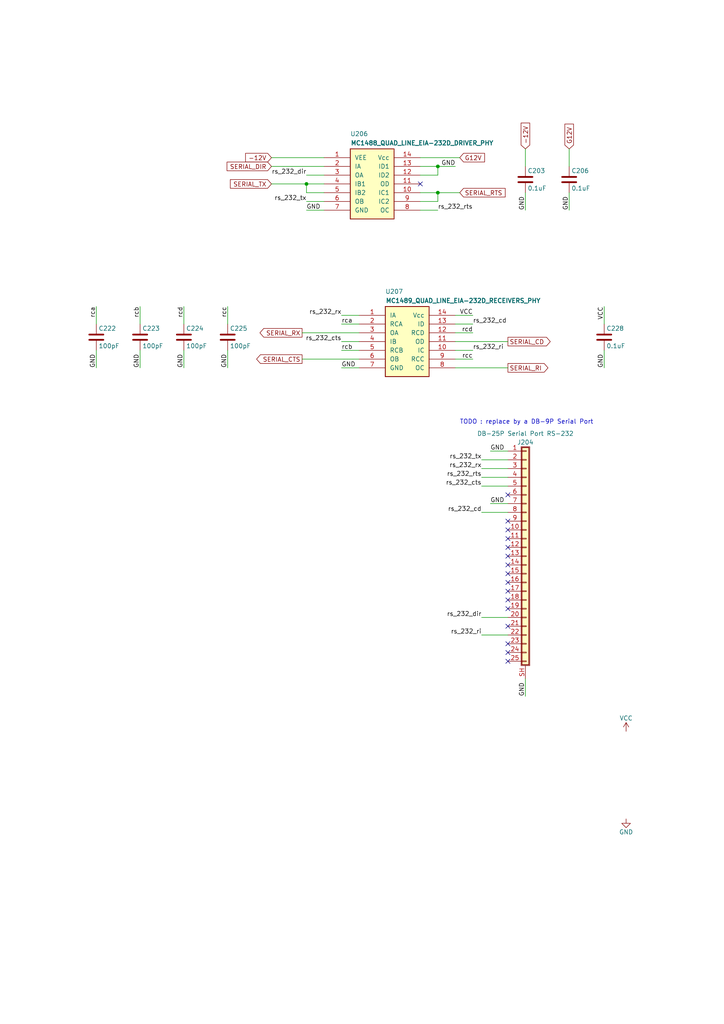
<source format=kicad_sch>
(kicad_sch (version 20211123) (generator eeschema)
  (paper "A4" portrait)
  (title_block (title "ReSTe mignon") (date "2022-07-13") (rev "mk0-0.1") (company "David SPORN") (comment 2 "original repository : https://github.com/sporniket/reste-mignon") (comment 4 "A remake of the Atari STe with some fixes applied and a target size of 25×18cm (B5)"))
  (lib_symbols
    (symbol "Connector_Generic_Shielded:Conn_01x25_Shielded" (pin_names (offset 1.016) hide)
      (property "Reference" "J" (at 0.254 32.766 0))
      (property "Value" "Conn_01x25_Shielded" (at 1.016 -32.766 0))
      (symbol "Conn_01x25_Shielded_1_1"
        (rectangle (start -1.27 31.75) (end 1.27 -31.75) (stroke (width 0.1524)))
        (rectangle (start -1.016 -30.353) (end 0.254 -30.607) (stroke (width 0.1524)))
        (rectangle (start -1.016 -27.813) (end 0.254 -28.067) (stroke (width 0.1524)))
        (rectangle (start -1.016 -25.273) (end 0.254 -25.527) (stroke (width 0.1524)))
        (rectangle (start -1.016 -22.733) (end 0.254 -22.987) (stroke (width 0.1524)))
        (rectangle (start -1.016 -20.193) (end 0.254 -20.447) (stroke (width 0.1524)))
        (rectangle (start -1.016 -17.653) (end 0.254 -17.907) (stroke (width 0.1524)))
        (rectangle (start -1.016 -15.113) (end 0.254 -15.367) (stroke (width 0.1524)))
        (rectangle (start -1.016 -12.573) (end 0.254 -12.827) (stroke (width 0.1524)))
        (rectangle (start -1.016 -10.033) (end 0.254 -10.287) (stroke (width 0.1524)))
        (rectangle (start -1.016 -7.493) (end 0.254 -7.747) (stroke (width 0.1524)))
        (rectangle (start -1.016 -4.953) (end 0.254 -5.207) (stroke (width 0.1524)))
        (rectangle (start -1.016 -2.413) (end 0.254 -2.667) (stroke (width 0.1524)))
        (rectangle (start -1.016 0.127) (end 0.254 -0.127) (stroke (width 0.1524)))
        (rectangle (start -1.016 2.667) (end 0.254 2.413) (stroke (width 0.1524)))
        (rectangle (start -1.016 5.207) (end 0.254 4.953) (stroke (width 0.1524)))
        (rectangle (start -1.016 7.747) (end 0.254 7.493) (stroke (width 0.1524)))
        (rectangle (start -1.016 10.287) (end 0.254 10.033) (stroke (width 0.1524)))
        (rectangle (start -1.016 12.827) (end 0.254 12.573) (stroke (width 0.1524)))
        (rectangle (start -1.016 15.367) (end 0.254 15.113) (stroke (width 0.1524)))
        (rectangle (start -1.016 17.907) (end 0.254 17.653) (stroke (width 0.1524)))
        (rectangle (start -1.016 20.447) (end 0.254 20.193) (stroke (width 0.1524)))
        (rectangle (start -1.016 22.987) (end 0.254 22.733) (stroke (width 0.1524)))
        (rectangle (start -1.016 25.527) (end 0.254 25.273) (stroke (width 0.1524)))
        (rectangle (start -1.016 28.067) (end 0.254 27.813) (stroke (width 0.1524)))
        (rectangle (start -1.016 30.607) (end 0.254 30.353) (stroke (width 0.1524)))
        (rectangle (start -1.016 31.496) (end 1.016 -31.496) (stroke (width 0.254)) (fill (type background)))
        (pin passive line (at -5.08 30.48 0) (length 4.064) (name "Pin_1") (number "1"))
        (pin passive line (at -5.08 7.62 0) (length 4.064) (name "Pin_10") (number "10"))
        (pin passive line (at -5.08 5.08 0) (length 4.064) (name "Pin_11") (number "11"))
        (pin passive line (at -5.08 2.54 0) (length 4.064) (name "Pin_12") (number "12"))
        (pin passive line (at -5.08 0 0) (length 4.064) (name "Pin_13") (number "13"))
        (pin passive line (at -5.08 -2.54 0) (length 4.064) (name "Pin_14") (number "14"))
        (pin passive line (at -5.08 -5.08 0) (length 4.064) (name "Pin_15") (number "15"))
        (pin passive line (at -5.08 -7.62 0) (length 4.064) (name "Pin_16") (number "16"))
        (pin passive line (at -5.08 -10.16 0) (length 4.064) (name "Pin_17") (number "17"))
        (pin passive line (at -5.08 -12.7 0) (length 4.064) (name "Pin_18") (number "18"))
        (pin passive line (at -5.08 -15.24 0) (length 4.064) (name "Pin_19") (number "19"))
        (pin passive line (at -5.08 27.94 0) (length 4.064) (name "Pin_2") (number "2"))
        (pin passive line (at -5.08 -17.78 0) (length 4.064) (name "Pin_20") (number "20"))
        (pin passive line (at -5.08 -20.32 0) (length 4.064) (name "Pin_21") (number "21"))
        (pin passive line (at -5.08 -22.86 0) (length 4.064) (name "Pin_22") (number "22"))
        (pin passive line (at -5.08 -25.4 0) (length 4.064) (name "Pin_23") (number "23"))
        (pin passive line (at -5.08 -27.94 0) (length 4.064) (name "Pin_24") (number "24"))
        (pin passive line (at -5.08 -30.48 0) (length 4.064) (name "Pin_25") (number "25"))
        (pin passive line (at -5.08 25.4 0) (length 4.064) (name "Pin_3") (number "3"))
        (pin passive line (at -5.08 22.86 0) (length 4.064) (name "Pin_4") (number "4"))
        (pin passive line (at -5.08 20.32 0) (length 4.064) (name "Pin_5") (number "5"))
        (pin passive line (at -5.08 17.78 0) (length 4.064) (name "Pin_6") (number "6"))
        (pin passive line (at -5.08 15.24 0) (length 4.064) (name "Pin_7") (number "7"))
        (pin passive line (at -5.08 12.7 0) (length 4.064) (name "Pin_8") (number "8"))
        (pin passive line (at -5.08 10.16 0) (length 4.064) (name "Pin_9") (number "9"))
        (pin passive line (at 0 -35.56 90) (length 3.81) (name "Shield") (number "SH"))
      )
    )
    (symbol "Device:C" (pin_numbers hide) (pin_names (offset 0.254))
      (property "Reference" "C" (at 0.635 2.54 0))
      (property "Value" "C" (at 0.635 -2.54 0))
      (symbol "C_0_1"
        (polyline (pts (xy -2.032 -0.762) (xy 2.032 -0.762)) (stroke (width 0.508)))
        (polyline (pts (xy -2.032 0.762) (xy 2.032 0.762)) (stroke (width 0.508)))
      )
      (symbol "C_1_1"
        (pin passive line (at 0 3.81 270) (length 2.794) (name "~") (number "1"))
        (pin passive line (at 0 -3.81 90) (length 2.794) (name "~") (number "2"))
      )
    )
    (symbol "mc1488:MC1488_QUAD_LINE_EIA-232D_DRIVER_PHY" (pin_names (offset 1.27))
      (property "Reference" "U" (at -6.35 15.24 0))
      (property "Value" "MC1488_QUAD_LINE_EIA-232D_DRIVER_PHY" (at -6.35 12.7 0))
      (symbol "MC1488_QUAD_LINE_EIA-232D_DRIVER_PHY_0_0"
        (rectangle (start -6.35 10.16) (end 6.35 -10.16) (stroke (width 0.254)) (fill (type background)))
        (pin input line (at -13.97 7.62 0) (length 7.62) (name "VEE") (number "1"))
        (pin input line (at 13.97 -2.54 180) (length 7.62) (name "IC1") (number "10"))
        (pin output line (at 13.97 0 180) (length 7.62) (name "OD") (number "11"))
        (pin input line (at 13.97 2.54 180) (length 7.62) (name "ID2") (number "12"))
        (pin input line (at 13.97 5.08 180) (length 7.62) (name "ID1") (number "13"))
        (pin power_in line (at 13.97 7.62 180) (length 7.62) (name "Vcc") (number "14"))
        (pin input line (at -13.97 5.08 0) (length 7.62) (name "IA") (number "2"))
        (pin output line (at -13.97 2.54 0) (length 7.62) (name "OA") (number "3"))
        (pin input line (at -13.97 0 0) (length 7.62) (name "IB1") (number "4"))
        (pin input line (at -13.97 -2.54 0) (length 7.62) (name "IB2") (number "5"))
        (pin output line (at -13.97 -5.08 0) (length 7.62) (name "OB") (number "6"))
        (pin power_in line (at -13.97 -7.62 0) (length 7.62) (name "GND") (number "7"))
        (pin output line (at 13.97 -7.62 180) (length 7.62) (name "OC") (number "8"))
        (pin input line (at 13.97 -5.08 180) (length 7.62) (name "IC2") (number "9"))
      )
    )
    (symbol "mc1489:MC1489_QUAD_LINE_EIA-232D_RECEIVERS_PHY" (pin_names (offset 1.27))
      (property "Reference" "U" (at -6.35 15.24 0))
      (property "Value" "MC1489_QUAD_LINE_EIA-232D_RECEIVERS_PHY" (at -6.35 12.7 0))
      (symbol "MC1489_QUAD_LINE_EIA-232D_RECEIVERS_PHY_0_0"
        (rectangle (start -6.35 10.16) (end 6.35 -10.16) (stroke (width 0.254)) (fill (type background)))
        (pin input line (at -13.97 7.62 0) (length 7.62) (name "IA") (number "1"))
        (pin input line (at 13.97 -2.54 180) (length 7.62) (name "IC") (number "10"))
        (pin output line (at 13.97 0 180) (length 7.62) (name "OD") (number "11"))
        (pin input line (at 13.97 2.54 180) (length 7.62) (name "RCD") (number "12"))
        (pin input line (at 13.97 5.08 180) (length 7.62) (name "ID") (number "13"))
        (pin power_in line (at 13.97 7.62 180) (length 7.62) (name "Vcc") (number "14"))
        (pin input line (at -13.97 5.08 0) (length 7.62) (name "RCA") (number "2"))
        (pin output line (at -13.97 2.54 0) (length 7.62) (name "OA") (number "3"))
        (pin input line (at -13.97 0 0) (length 7.62) (name "IB") (number "4"))
        (pin input line (at -13.97 -2.54 0) (length 7.62) (name "RCB") (number "5"))
        (pin output line (at -13.97 -5.08 0) (length 7.62) (name "OB") (number "6"))
        (pin power_in line (at -13.97 -7.62 0) (length 7.62) (name "GND") (number "7"))
        (pin output line (at 13.97 -7.62 180) (length 7.62) (name "OC") (number "8"))
        (pin input line (at 13.97 -5.08 180) (length 7.62) (name "RCC") (number "9"))
      )
    )
    (symbol "power:GND" (power) (pin_names (offset 0))
      (property "Value" "GND" (at 0 -3.81 0))
      (symbol "GND_0_1"
        (polyline (pts (xy 0 0) (xy 0 -1.27) (xy 1.27 -1.27) (xy 0 -2.54) (xy -1.27 -1.27) (xy 0 -1.27)))
      )
      (symbol "GND_1_1"
        (pin power_in line (at 0 0 270) (length 0) hide (name "GND") (number "1"))
      )
    )
    (symbol "power:VCC" (power) (pin_names (offset 0))
      (property "Value" "VCC" (at 0 3.81 0))
      (symbol "VCC_0_1"
        (polyline (pts (xy -0.762 1.27) (xy 0 2.54)))
        (polyline (pts (xy 0 0) (xy 0 2.54)))
        (polyline (pts (xy 0 2.54) (xy 0.762 1.27)))
      )
      (symbol "VCC_1_1"
        (pin power_in line (at 0 0 90) (length 0) hide (name "VCC") (number "1"))
      )
    )
  )
  (junction (at 88.9 53.34))
  (junction (at 127 55.88))
  (junction (at 127 48.26))
  (no_connect (at 147.32 163.83))
  (no_connect (at 147.32 151.13))
  (no_connect (at 147.32 156.21))
  (no_connect (at 147.32 161.29))
  (no_connect (at 147.32 176.53))
  (no_connect (at 147.32 168.91))
  (no_connect (at 147.32 186.69))
  (no_connect (at 147.32 158.75))
  (no_connect (at 147.32 166.37))
  (no_connect (at 147.32 189.23))
  (no_connect (at 147.32 191.77))
  (no_connect (at 147.32 171.45))
  (no_connect (at 147.32 173.99))
  (no_connect (at 147.32 143.51))
  (no_connect (at 147.32 181.61))
  (no_connect (at 147.32 153.67))
  (no_connect (at 121.92 53.34))
  (wire (pts (xy 139.7 138.43) (xy 147.32 138.43)))
  (wire (pts (xy 152.4 201.93) (xy 152.4 196.85)))
  (wire (pts (xy 132.08 101.6) (xy 137.16 101.6)))
  (wire (pts (xy 132.08 96.52) (xy 137.16 96.52)))
  (wire (pts (xy 88.9 58.42) (xy 93.98 58.42)))
  (wire (pts (xy 88.9 55.88) (xy 93.98 55.88)))
  (wire (pts (xy 175.26 101.6) (xy 175.26 106.68)))
  (wire (pts (xy 88.9 53.34) (xy 88.9 55.88)))
  (wire (pts (xy 132.08 91.44) (xy 137.16 91.44)))
  (wire (pts (xy 142.24 130.81) (xy 147.32 130.81)))
  (wire (pts (xy 121.92 60.96) (xy 127 60.96)))
  (wire (pts (xy 127 55.88) (xy 133.35 55.88)))
  (wire (pts (xy 53.34 88.9) (xy 53.34 93.98)))
  (wire (pts (xy 127 48.26) (xy 132.08 48.26)))
  (wire (pts (xy 142.24 146.05) (xy 147.32 146.05)))
  (wire (pts (xy 40.64 101.6) (xy 40.64 106.68)))
  (wire (pts (xy 175.26 88.9) (xy 175.26 93.98)))
  (wire (pts (xy 121.92 45.72) (xy 133.35 45.72)))
  (wire (pts (xy 66.04 88.9) (xy 66.04 93.98)))
  (wire (pts (xy 132.08 99.06) (xy 147.32 99.06)))
  (wire (pts (xy 99.06 93.98) (xy 104.14 93.98)))
  (wire (pts (xy 88.9 60.96) (xy 93.98 60.96)))
  (wire (pts (xy 99.06 106.68) (xy 104.14 106.68)))
  (wire (pts (xy 87.63 96.52) (xy 104.14 96.52)))
  (wire (pts (xy 78.74 45.72) (xy 93.98 45.72)))
  (wire (pts (xy 132.08 104.14) (xy 137.16 104.14)))
  (wire (pts (xy 121.92 55.88) (xy 127 55.88)))
  (wire (pts (xy 139.7 184.15) (xy 147.32 184.15)))
  (wire (pts (xy 152.4 43.18) (xy 152.4 48.26)))
  (wire (pts (xy 127 58.42) (xy 121.92 58.42)))
  (wire (pts (xy 165.1 43.18) (xy 165.1 48.26)))
  (wire (pts (xy 139.7 148.59) (xy 147.32 148.59)))
  (wire (pts (xy 99.06 101.6) (xy 104.14 101.6)))
  (wire (pts (xy 99.06 99.06) (xy 104.14 99.06)))
  (wire (pts (xy 88.9 50.8) (xy 93.98 50.8)))
  (wire (pts (xy 132.08 93.98) (xy 137.16 93.98)))
  (wire (pts (xy 165.1 55.88) (xy 165.1 60.96)))
  (wire (pts (xy 78.74 48.26) (xy 93.98 48.26)))
  (wire (pts (xy 139.7 140.97) (xy 147.32 140.97)))
  (wire (pts (xy 139.7 179.07) (xy 147.32 179.07)))
  (wire (pts (xy 99.06 91.44) (xy 104.14 91.44)))
  (wire (pts (xy 127 48.26) (xy 121.92 48.26)))
  (wire (pts (xy 87.63 104.14) (xy 104.14 104.14)))
  (wire (pts (xy 27.94 88.9) (xy 27.94 93.98)))
  (wire (pts (xy 127 48.26) (xy 127 50.8)))
  (wire (pts (xy 53.34 101.6) (xy 53.34 106.68)))
  (wire (pts (xy 27.94 101.6) (xy 27.94 106.68)))
  (wire (pts (xy 152.4 55.88) (xy 152.4 60.96)))
  (wire (pts (xy 139.7 135.89) (xy 147.32 135.89)))
  (wire (pts (xy 127 50.8) (xy 121.92 50.8)))
  (wire (pts (xy 40.64 88.9) (xy 40.64 93.98)))
  (wire (pts (xy 88.9 53.34) (xy 93.98 53.34)))
  (wire (pts (xy 127 55.88) (xy 127 58.42)))
  (wire (pts (xy 78.74 53.34) (xy 88.9 53.34)))
  (wire (pts (xy 132.08 106.68) (xy 147.32 106.68)))
  (wire (pts (xy 66.04 101.6) (xy 66.04 106.68)))
  (wire (pts (xy 139.7 133.35) (xy 147.32 133.35)))
  (text "TODO : replace by a DB-9P Serial Port" (at 133.35 123.19 0) (effects (font (size 1.27 1.27)) (justify left bottom)))
  (label "GND" (at 66.04 106.68 90))
  (label "GND" (at 88.9 60.96 0))
  (label "GND" (at 175.26 106.68 90))
  (label "rs_232_rx" (at 99.06 91.44 180))
  (label "rcd" (at 53.34 88.9 270))
  (label "rca" (at 99.06 93.98 0))
  (label "rcc" (at 66.04 88.9 270))
  (label "VCC" (at 137.16 91.44 180))
  (label "rs_232_cts" (at 99.06 99.06 180))
  (label "rs_232_ri" (at 139.7 184.15 180))
  (label "rs_232_tx" (at 88.9 58.42 180))
  (label "rs_232_rts" (at 127 60.96 0))
  (label "GND" (at 165.1 60.96 90))
  (label "GND" (at 40.64 106.68 90))
  (label "rs_232_dir" (at 88.9 50.8 180))
  (label "rca" (at 27.94 88.9 270))
  (label "GND" (at 132.08 48.26 180))
  (label "GND" (at 53.34 106.68 90))
  (label "rs_232_cd" (at 137.16 93.98 0))
  (label "GND" (at 142.24 146.05 0))
  (label "rs_232_rx" (at 139.7 135.89 180))
  (label "GND" (at 152.4 201.93 90))
  (label "rcc" (at 137.16 104.14 180))
  (label "rs_232_cd" (at 139.7 148.59 180))
  (label "rs_232_dir" (at 139.7 179.07 180))
  (label "GND" (at 142.24 130.81 0))
  (label "rcb" (at 40.64 88.9 270))
  (label "rs_232_cts" (at 139.7 140.97 180))
  (label "rcb" (at 99.06 101.6 0))
  (label "rcd" (at 137.16 96.52 180))
  (label "GND" (at 27.94 106.68 90))
  (label "rs_232_ri" (at 137.16 101.6 0))
  (label "rs_232_tx" (at 139.7 133.35 180))
  (label "VCC" (at 175.26 88.9 270))
  (label "rs_232_rts" (at 139.7 138.43 180))
  (label "GND" (at 99.06 106.68 0))
  (label "GND" (at 152.4 60.96 90))
  (global_label "SERIAL_CTS" (shape output) (at 87.63 104.14 180) (property "Intersheet References" "${INTERSHEET_REFS}" (effects hide)))
  (global_label "-12V" (shape input) (at 78.74 45.72 180) (property "Intersheet References" "${INTERSHEET_REFS}" (effects hide)))
  (global_label "SERIAL_TX" (shape input) (at 78.74 53.34 180) (property "Intersheet References" "${INTERSHEET_REFS}" (effects hide)))
  (global_label "SERIAL_RX" (shape output) (at 87.63 96.52 180) (property "Intersheet References" "${INTERSHEET_REFS}" (effects hide)))
  (global_label "G12V" (shape input) (at 165.1 43.18 90) (property "Intersheet References" "${INTERSHEET_REFS}" (effects hide)))
  (global_label "SERIAL_RI" (shape output) (at 147.32 106.68 0) (property "Intersheet References" "${INTERSHEET_REFS}" (effects hide)))
  (global_label "SERIAL_RTS" (shape input) (at 133.35 55.88 0) (property "Intersheet References" "${INTERSHEET_REFS}" (effects hide)))
  (global_label "SERIAL_CD" (shape output) (at 147.32 99.06 0) (property "Intersheet References" "${INTERSHEET_REFS}" (effects hide)))
  (global_label "G12V" (shape input) (at 133.35 45.72 0) (property "Intersheet References" "${INTERSHEET_REFS}" (effects hide)))
  (global_label "SERIAL_DIR" (shape input) (at 78.74 48.26 180) (property "Intersheet References" "${INTERSHEET_REFS}" (effects hide)))
  (global_label "-12V" (shape input) (at 152.4 43.18 90) (property "Intersheet References" "${INTERSHEET_REFS}" (effects hide)))
  (symbol (lib_id "Connector_Generic_Shielded:Conn_01x25_Shielded") (at 152.4 161.29 0) (unit 1)
    (property "Reference" "J204" (at 152.4 128.27 0))
    (property "Value" "DB-25P Serial Port RS-232" (at 152.4 125.73 0))
    (property "Footprint" "commons-interconnect_THT:DSUB-25_Male_Horizontal_P2.77x2.84mm_EdgePinOffset7.70mm_Housed_MountingHolesOffset9.12mm" (effects hide))
  )
  (symbol (lib_id "mc1488:MC1488_QUAD_LINE_EIA-232D_DRIVER_PHY") (at 107.95 53.34 0) (unit 1)
    (property "Reference" "U206" (at 101.6 38.1 0) (effects (justify left top)))
    (property "Value" "MC1488_QUAD_LINE_EIA-232D_DRIVER_PHY" (at 101.6 40.64 0) (effects (font bold) (justify left top)))
    (property "Footprint" "Package_DIP:DIP-14_W7.62mm_LongPads" (effects hide))
    (property "Datasheet" "https://www.onsemi.com/pdf/datasheet/mc1488-d.pdf" (effects hide))
  )
  (symbol (lib_id "mc1489:MC1489_QUAD_LINE_EIA-232D_RECEIVERS_PHY") (at 118.11 99.06 0) (unit 1)
    (property "Reference" "U207" (at 111.76 83.82 0) (effects (justify left top)))
    (property "Value" "MC1489_QUAD_LINE_EIA-232D_RECEIVERS_PHY" (at 111.76 86.36 0) (effects (font bold) (justify left top)))
    (property "Footprint" "Package_DIP:DIP-14_W7.62mm_LongPads" (effects hide))
    (property "Datasheet" "https://www.onsemi.com/pdf/datasheet/mc1489-d.pdf" (effects hide))
  )
  (symbol (lib_id "Device:C") (at 27.94 97.79 0) (unit 1)
    (property "Reference" "C222" (at 28.575 95.25 0) (effects (justify left)))
    (property "Value" "100pF" (at 28.575 100.33 0) (effects (justify left)))
    (property "Footprint" "Capacitor_SMD:C_1206_3216Metric_Pad1.33x1.80mm_HandSolder" (effects hide))
  )
  (symbol (lib_id "Device:C") (at 40.64 97.79 0) (unit 1)
    (property "Reference" "C223" (at 41.275 95.25 0) (effects (justify left)))
    (property "Value" "100pF" (at 41.275 100.33 0) (effects (justify left)))
    (property "Footprint" "Capacitor_SMD:C_1206_3216Metric_Pad1.33x1.80mm_HandSolder" (effects hide))
  )
  (symbol (lib_id "Device:C") (at 53.34 97.79 0) (unit 1)
    (property "Reference" "C224" (at 53.975 95.25 0) (effects (justify left)))
    (property "Value" "100pF" (at 53.975 100.33 0) (effects (justify left)))
    (property "Footprint" "Capacitor_SMD:C_1206_3216Metric_Pad1.33x1.80mm_HandSolder" (effects hide))
  )
  (symbol (lib_id "Device:C") (at 66.04 97.79 0) (unit 1)
    (property "Reference" "C225" (at 66.675 95.25 0) (effects (justify left)))
    (property "Value" "100pF" (at 66.675 100.33 0) (effects (justify left)))
    (property "Footprint" "Capacitor_SMD:C_1206_3216Metric_Pad1.33x1.80mm_HandSolder" (effects hide))
  )
  (symbol (lib_id "Device:C") (at 175.26 97.79 0) (unit 1)
    (property "Reference" "C228" (at 175.895 95.25 0) (effects (justify left)))
    (property "Value" "0.1uF" (at 175.895 100.33 0) (effects (justify left)))
    (property "Footprint" "Capacitor_SMD:C_1206_3216Metric_Pad1.33x1.80mm_HandSolder" (effects hide))
  )
  (symbol (lib_id "Device:C") (at 165.1 52.07 0) (unit 1)
    (property "Reference" "C206" (at 165.735 49.53 0) (effects (justify left)))
    (property "Value" "0.1uF" (at 165.735 54.61 0) (effects (justify left)))
    (property "Footprint" "Capacitor_SMD:C_1206_3216Metric_Pad1.33x1.80mm_HandSolder" (effects hide))
  )
  (symbol (lib_id "Device:C") (at 152.4 52.07 0) (unit 1)
    (property "Reference" "C203" (at 153.035 49.53 0) (effects (justify left)))
    (property "Value" "0.1uF" (at 153.035 54.61 0) (effects (justify left)))
    (property "Footprint" "Capacitor_SMD:C_1206_3216Metric_Pad1.33x1.80mm_HandSolder" (effects hide))
  )
  (symbol (lib_id "power:GND") (at 181.61 237.49 0) (unit 1)
    (property "Reference" "#PWR?" (effects hide))
    (property "Value" "GND" (at 181.61 241.3 0))
  )
  (symbol (lib_id "power:VCC") (at 181.61 212.09 0) (unit 1)
    (property "Reference" "#PWR?" (effects hide))
    (property "Value" "VCC" (at 181.61 208.28 0))
  )
)
</source>
